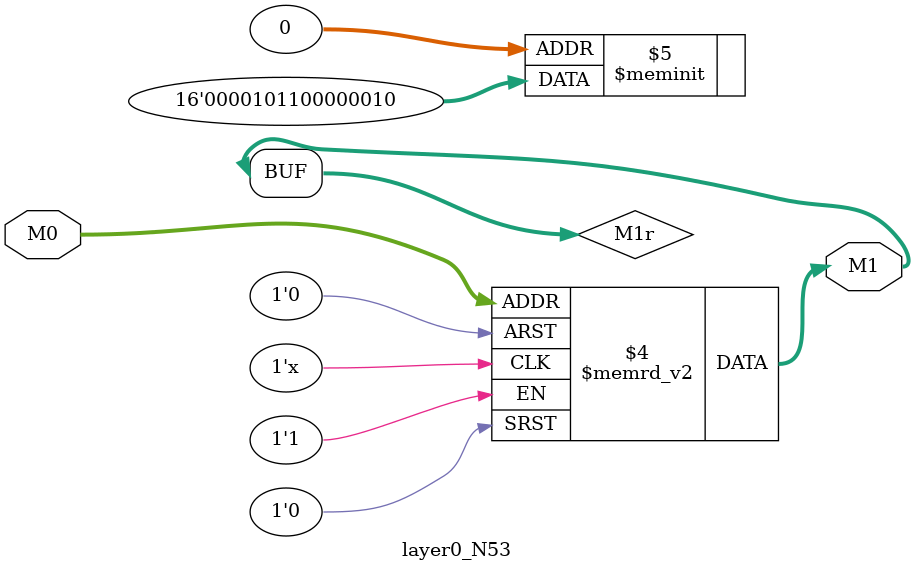
<source format=v>
module layer0_N53 ( input [2:0] M0, output [1:0] M1 );

	(*rom_style = "distributed" *) reg [1:0] M1r;
	assign M1 = M1r;
	always @ (M0) begin
		case (M0)
			3'b000: M1r = 2'b10;
			3'b100: M1r = 2'b11;
			3'b010: M1r = 2'b00;
			3'b110: M1r = 2'b00;
			3'b001: M1r = 2'b00;
			3'b101: M1r = 2'b10;
			3'b011: M1r = 2'b00;
			3'b111: M1r = 2'b00;

		endcase
	end
endmodule

</source>
